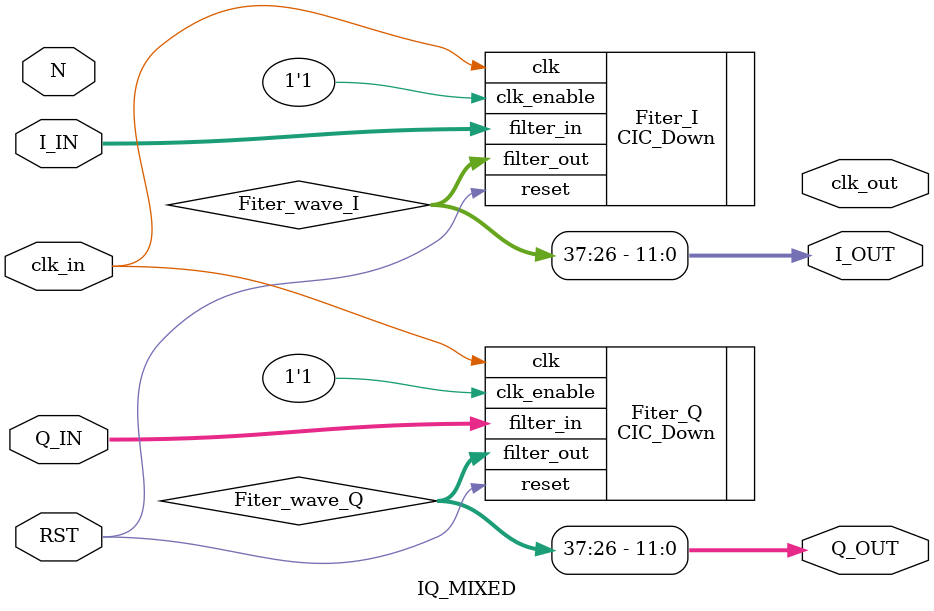
<source format=v>
module IQ_MIXED #
(
    parameter CNT_WIDTH = 8,
    parameter INPUT_WIDTH = 12,
    parameter OUTPUT_WIDTH = 12
)
(
    input                         clk_in,
    output                        clk_out,  
    input                         RST,

    input  [CNT_WIDTH - 1 : 0]    N,

    input  [INPUT_WIDTH - 1 : 0]  I_IN,
    input  [INPUT_WIDTH - 1 : 0]  Q_IN,

    output [OUTPUT_WIDTH - 1 : 0] I_OUT,
    output [OUTPUT_WIDTH - 1 : 0] Q_OUT
);

wire        [37:0] Fiter_wave_I;
CIC_Down Fiter_I(
    .clk(clk_in),
    .clk_enable(1'd1),
    .reset(RST),
    .filter_in(I_IN),
    .filter_out(Fiter_wave_I)
);
assign I_OUT = Fiter_wave_I[37 : 38 - OUTPUT_WIDTH];

wire        [37:0] Fiter_wave_Q;
CIC_Down Fiter_Q(
    .clk(clk_in),
    .clk_enable(1'd1),
    .reset(RST),
    .filter_in(Q_IN),
    .filter_out(Fiter_wave_Q)
);
assign Q_OUT = Fiter_wave_Q[37 : 38 - OUTPUT_WIDTH];

endmodule
</source>
